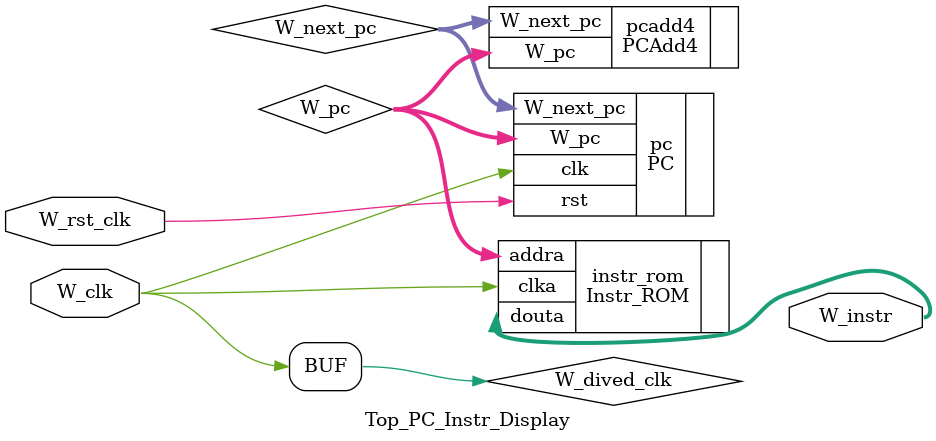
<source format=v>
`timescale 1ns / 1ps


module Top_PC_Instr_Display(
        input wire W_clk, W_rst_clk,
        output [31:0] W_instr
    );

    wire W_dived_clk;
    wire[31:0] W_pc, W_next_pc;

    // don't div clk when simulating...
    // ClkDiv clkdiv(
    //     .clk(W_clk),
    //     .rst(W_rst_clk),
    //     .R_dived_clk(W_dived_clk)
    // );

    assign W_dived_clk = W_clk;

    PCAdd4 pcadd4(
        .W_pc(W_pc), 
        .W_next_pc(W_next_pc)
    );

    PC pc(
        .clk(W_dived_clk),
        .rst(W_rst_clk),
        .W_next_pc(W_next_pc), 
        .W_pc(W_pc)
    );

    Instr_ROM instr_rom (
        .clka(W_dived_clk),    // input wire clka
        .addra(W_pc),  // input wire [9 : 0] addra
        .douta(W_instr)  // output wire [31 : 0] douta
    );

    // DisplayLED disLED(
    //     .clk(W_dived_clk),
    //     .rst(W_rst_display),
    //     .s(W_instr),
    //     .seg(W_seg),
    //     .sel(W_sel_slice)
    // );

endmodule

</source>
